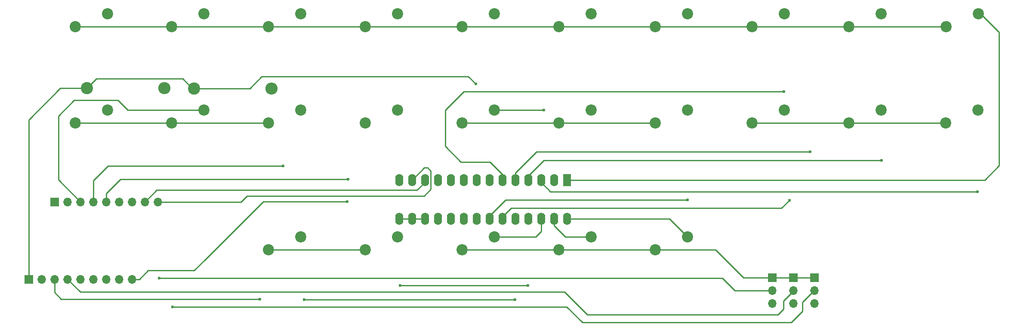
<source format=gbr>
G04 #@! TF.FileFunction,Copper,L2,Bot,Signal*
%FSLAX46Y46*%
G04 Gerber Fmt 4.6, Leading zero omitted, Abs format (unit mm)*
G04 Created by KiCad (PCBNEW 4.0.7) date 05/19/22 13:13:44*
%MOMM*%
%LPD*%
G01*
G04 APERTURE LIST*
%ADD10C,0.100000*%
%ADD11R,1.700000X1.700000*%
%ADD12O,1.700000X1.700000*%
%ADD13R,1.600000X2.400000*%
%ADD14O,1.600000X2.400000*%
%ADD15C,2.400000*%
%ADD16O,2.400000X2.400000*%
%ADD17C,2.200000*%
%ADD18C,0.600000*%
%ADD19C,0.250000*%
G04 APERTURE END LIST*
D10*
D11*
X191065750Y-124172250D03*
D12*
X191065750Y-126712250D03*
X191065750Y-129252250D03*
D13*
X150622000Y-104902000D03*
D14*
X117602000Y-112522000D03*
X148082000Y-104902000D03*
X120142000Y-112522000D03*
X145542000Y-104902000D03*
X122682000Y-112522000D03*
X143002000Y-104902000D03*
X125222000Y-112522000D03*
X140462000Y-104902000D03*
X127762000Y-112522000D03*
X137922000Y-104902000D03*
X130302000Y-112522000D03*
X135382000Y-104902000D03*
X132842000Y-112522000D03*
X132842000Y-104902000D03*
X135382000Y-112522000D03*
X130302000Y-104902000D03*
X137922000Y-112522000D03*
X127762000Y-104902000D03*
X140462000Y-112522000D03*
X125222000Y-104902000D03*
X143002000Y-112522000D03*
X122682000Y-104902000D03*
X145542000Y-112522000D03*
X120142000Y-104902000D03*
X148082000Y-112522000D03*
X117602000Y-104902000D03*
X150622000Y-112522000D03*
D11*
X44704000Y-124460000D03*
D12*
X47244000Y-124460000D03*
X49784000Y-124460000D03*
X52324000Y-124460000D03*
X54864000Y-124460000D03*
X57404000Y-124460000D03*
X59944000Y-124460000D03*
X62484000Y-124460000D03*
X65024000Y-124460000D03*
D11*
X49784000Y-109220000D03*
D12*
X52324000Y-109220000D03*
X54864000Y-109220000D03*
X57404000Y-109220000D03*
X59944000Y-109220000D03*
X62484000Y-109220000D03*
X65024000Y-109220000D03*
X67564000Y-109220000D03*
X70104000Y-109220000D03*
D15*
X56159500Y-86859750D03*
D16*
X71399500Y-86859750D03*
D15*
X77216000Y-86868000D03*
D16*
X92456000Y-86868000D03*
D17*
X79222000Y-91172250D03*
X72872000Y-93712250D03*
X60190750Y-91172250D03*
X53840750Y-93712250D03*
X98253250Y-91172250D03*
X91903250Y-93712250D03*
X117284500Y-91172250D03*
X110934500Y-93712250D03*
X136315750Y-91172250D03*
X129965750Y-93712250D03*
X155347000Y-91172250D03*
X148997000Y-93712250D03*
X174378250Y-91172250D03*
X168028250Y-93712250D03*
X193409500Y-91172250D03*
X187059500Y-93712250D03*
X212440750Y-91172250D03*
X206090750Y-93712250D03*
X231565750Y-72141000D03*
X225215750Y-74681000D03*
X231472000Y-91172250D03*
X225122000Y-93712250D03*
X98253250Y-116109750D03*
X91903250Y-118649750D03*
X117284500Y-116109750D03*
X110934500Y-118649750D03*
X136315750Y-116109750D03*
X129965750Y-118649750D03*
X155347000Y-116109750D03*
X148997000Y-118649750D03*
X174378250Y-116109750D03*
X168028250Y-118649750D03*
X60190750Y-72141000D03*
X53840750Y-74681000D03*
X79222000Y-72141000D03*
X72872000Y-74681000D03*
X98253250Y-72141000D03*
X91903250Y-74681000D03*
X117284500Y-72141000D03*
X110934500Y-74681000D03*
X136315750Y-72141000D03*
X129965750Y-74681000D03*
X155347000Y-72141000D03*
X148997000Y-74681000D03*
X174378250Y-72141000D03*
X168028250Y-74681000D03*
X193409500Y-72141000D03*
X187059500Y-74681000D03*
X212440750Y-72141000D03*
X206090750Y-74681000D03*
D11*
X195190750Y-124172250D03*
D12*
X195190750Y-126712250D03*
X195190750Y-129252250D03*
D11*
X199315750Y-124172250D03*
D12*
X199315750Y-126712250D03*
X199315750Y-129252250D03*
D18*
X94784500Y-102141000D03*
X107534500Y-104766000D03*
X132659500Y-86016000D03*
X90190750Y-128391000D03*
X70409500Y-124266000D03*
X107347000Y-109172250D03*
X146065750Y-91172250D03*
X174378250Y-108797250D03*
X194440750Y-108891000D03*
X212534500Y-101016000D03*
X231378250Y-107203500D03*
X98909500Y-128484750D03*
X140440750Y-128484750D03*
X117753250Y-125672250D03*
X142972000Y-125672250D03*
X73034500Y-129891000D03*
X193315750Y-87516000D03*
X198472000Y-99328500D03*
D19*
X79222000Y-91172250D02*
X64222000Y-91172250D01*
X50534500Y-104890500D02*
X54864000Y-109220000D01*
X50534500Y-92297250D02*
X50534500Y-104890500D01*
X53628250Y-89203500D02*
X50534500Y-92297250D01*
X62253250Y-89203500D02*
X53628250Y-89203500D01*
X64222000Y-91172250D02*
X62253250Y-89203500D01*
X57404000Y-109220000D02*
X57404000Y-105021500D01*
X60284500Y-102141000D02*
X94784500Y-102141000D01*
X57404000Y-105021500D02*
X60284500Y-102141000D01*
X59944000Y-109220000D02*
X59944000Y-107544000D01*
X62722000Y-104766000D02*
X107534500Y-104766000D01*
X59944000Y-107544000D02*
X62722000Y-104766000D01*
X77216000Y-86868000D02*
X76886500Y-86868000D01*
X76886500Y-86868000D02*
X75003250Y-84984750D01*
X58034500Y-84984750D02*
X56159500Y-86859750D01*
X75003250Y-84984750D02*
X58034500Y-84984750D01*
X77216000Y-86868000D02*
X88213750Y-86868000D01*
X131159500Y-84516000D02*
X132659500Y-86016000D01*
X90565750Y-84516000D02*
X131159500Y-84516000D01*
X88213750Y-86868000D02*
X90565750Y-84516000D01*
X56159500Y-86859750D02*
X50909500Y-86859750D01*
X44704000Y-93065250D02*
X44704000Y-124460000D01*
X50909500Y-86859750D02*
X44704000Y-93065250D01*
X191065750Y-124172250D02*
X195190750Y-124172250D01*
X195190750Y-124172250D02*
X199315750Y-124172250D01*
X206090750Y-93712250D02*
X225122000Y-93712250D01*
X187059500Y-93712250D02*
X206090750Y-93712250D01*
X206090750Y-74681000D02*
X225215750Y-74681000D01*
X148997000Y-93712250D02*
X168028250Y-93712250D01*
X129965750Y-93712250D02*
X148997000Y-93712250D01*
X72872000Y-93712250D02*
X91903250Y-93712250D01*
X53840750Y-93712250D02*
X72872000Y-93712250D01*
X72872000Y-74681000D02*
X53840750Y-74681000D01*
X91903250Y-74681000D02*
X72872000Y-74681000D01*
X110934500Y-74681000D02*
X91903250Y-74681000D01*
X129965750Y-74681000D02*
X110934500Y-74681000D01*
X187059500Y-74681000D02*
X206090750Y-74681000D01*
X168028250Y-74681000D02*
X187059500Y-74681000D01*
X148997000Y-74681000D02*
X168028250Y-74681000D01*
X129965750Y-74681000D02*
X148997000Y-74681000D01*
X191065750Y-124172250D02*
X185347000Y-124172250D01*
X179824500Y-118649750D02*
X168028250Y-118649750D01*
X185347000Y-124172250D02*
X179824500Y-118649750D01*
X49784000Y-124460000D02*
X49784000Y-127078000D01*
X51097000Y-128391000D02*
X90190750Y-128391000D01*
X49784000Y-127078000D02*
X51097000Y-128391000D01*
X110934500Y-118649750D02*
X91903250Y-118649750D01*
X168028250Y-118649750D02*
X148997000Y-118649750D01*
X129965750Y-118649750D02*
X148997000Y-118649750D01*
X122682000Y-112522000D02*
X120142000Y-112522000D01*
X120142000Y-112522000D02*
X117602000Y-112522000D01*
X195190750Y-126712250D02*
X195190750Y-126797250D01*
X195190750Y-126797250D02*
X193222000Y-128766000D01*
X193222000Y-128766000D02*
X193222000Y-130359750D01*
X193222000Y-130359750D02*
X192097000Y-131484750D01*
X54848750Y-126984750D02*
X52324000Y-124460000D01*
X150097000Y-126984750D02*
X54848750Y-126984750D01*
X154597000Y-131484750D02*
X150097000Y-126984750D01*
X192097000Y-131484750D02*
X154597000Y-131484750D01*
X191065750Y-126712250D02*
X183668250Y-126712250D01*
X181222000Y-124266000D02*
X70409500Y-124266000D01*
X183668250Y-126712250D02*
X181222000Y-124266000D01*
X79503250Y-120516000D02*
X77253250Y-122766000D01*
X79503250Y-120516000D02*
X90847000Y-109172250D01*
X90847000Y-109172250D02*
X107347000Y-109172250D01*
X66465500Y-124460000D02*
X65024000Y-124460000D01*
X68159500Y-122766000D02*
X66465500Y-124460000D01*
X77253250Y-122766000D02*
X68159500Y-122766000D01*
X150622000Y-104902000D02*
X232836000Y-104902000D01*
X235690750Y-75797250D02*
X232034500Y-72141000D01*
X235690750Y-102047250D02*
X235690750Y-75797250D01*
X232836000Y-104902000D02*
X235690750Y-102047250D01*
X232034500Y-72141000D02*
X231565750Y-72141000D01*
X146065750Y-91172250D02*
X136315750Y-91172250D01*
X135382000Y-112522000D02*
X135382000Y-111981000D01*
X135382000Y-111981000D02*
X138565750Y-108797250D01*
X138565750Y-108797250D02*
X174378250Y-108797250D01*
X137922000Y-112522000D02*
X137922000Y-112159750D01*
X137922000Y-112159750D02*
X139597000Y-110484750D01*
X139597000Y-110484750D02*
X192847000Y-110484750D01*
X192847000Y-110484750D02*
X194440750Y-108891000D01*
X143002000Y-104902000D02*
X143002000Y-104079750D01*
X143002000Y-104079750D02*
X146065750Y-101016000D01*
X146065750Y-101016000D02*
X212534500Y-101016000D01*
X145542000Y-104902000D02*
X145542000Y-105367250D01*
X145542000Y-105367250D02*
X147378250Y-107203500D01*
X147378250Y-107203500D02*
X231378250Y-107203500D01*
X140440750Y-128484750D02*
X98909500Y-128484750D01*
X142972000Y-125672250D02*
X117753250Y-125672250D01*
X136315750Y-116109750D02*
X144472000Y-116109750D01*
X145542000Y-115039750D02*
X145542000Y-112522000D01*
X144472000Y-116109750D02*
X145542000Y-115039750D01*
X148082000Y-112522000D02*
X148082000Y-113907250D01*
X150284500Y-116109750D02*
X155347000Y-116109750D01*
X148082000Y-113907250D02*
X150284500Y-116109750D01*
X150622000Y-112522000D02*
X170790500Y-112522000D01*
X170790500Y-112522000D02*
X174378250Y-116109750D01*
X122682000Y-104902000D02*
X122682000Y-105368500D01*
X122682000Y-105368500D02*
X121128250Y-106922250D01*
X121128250Y-106922250D02*
X69861750Y-106922250D01*
X69861750Y-106922250D02*
X67564000Y-109220000D01*
X70104000Y-109220000D02*
X86486750Y-109220000D01*
X122528000Y-102516000D02*
X120142000Y-104902000D01*
X123190750Y-102516000D02*
X122528000Y-102516000D01*
X123847000Y-103172250D02*
X123190750Y-102516000D01*
X123847000Y-106734750D02*
X123847000Y-103172250D01*
X122534500Y-108047250D02*
X123847000Y-106734750D01*
X87659500Y-108047250D02*
X122534500Y-108047250D01*
X86486750Y-109220000D02*
X87659500Y-108047250D01*
X199315750Y-126712250D02*
X199213250Y-126712250D01*
X199213250Y-126712250D02*
X196972000Y-128953500D01*
X196972000Y-128953500D02*
X196972000Y-130734750D01*
X196972000Y-130734750D02*
X194722000Y-132984750D01*
X150565750Y-129891000D02*
X73034500Y-129891000D01*
X153659500Y-132984750D02*
X150565750Y-129891000D01*
X194722000Y-132984750D02*
X153659500Y-132984750D01*
X137922000Y-104902000D02*
X137922000Y-103841000D01*
X137922000Y-103841000D02*
X135472000Y-101391000D01*
X135472000Y-101391000D02*
X129753250Y-101391000D01*
X129753250Y-101391000D02*
X126659500Y-98297250D01*
X126659500Y-98297250D02*
X126659500Y-91172250D01*
X126659500Y-91172250D02*
X130315750Y-87516000D01*
X130315750Y-87516000D02*
X193315750Y-87516000D01*
X140462000Y-104902000D02*
X140462000Y-103526000D01*
X144659500Y-99328500D02*
X198472000Y-99328500D01*
X140462000Y-103526000D02*
X144659500Y-99328500D01*
M02*

</source>
